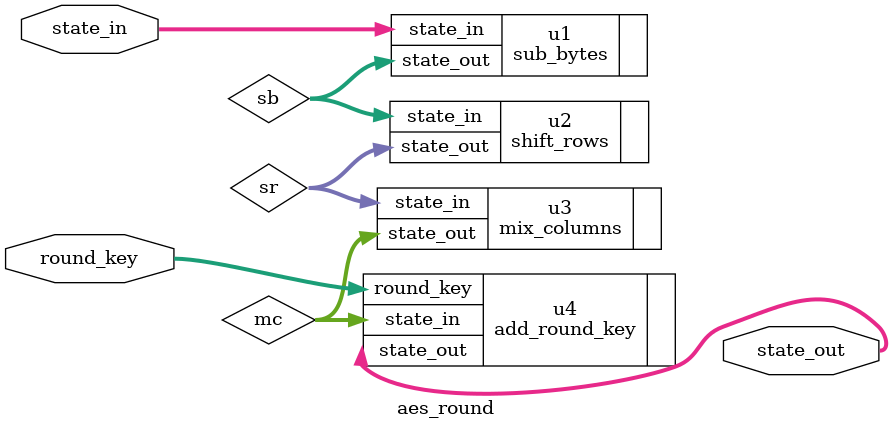
<source format=sv>


module aes_round(
    input  logic [127:0] state_in,
    input  logic [127:0] round_key,
    output logic [127:0] state_out
);
    logic [127:0] sb, sr, mc;

    sub_bytes u1 (.state_in(state_in), .state_out(sb));
    shift_rows u2 (.state_in(sb),      .state_out(sr));
    mix_columns u3 (.state_in(sr),     .state_out(mc));
    add_round_key u4 (.state_in(mc), .round_key(round_key), .state_out(state_out));
endmodule

</source>
